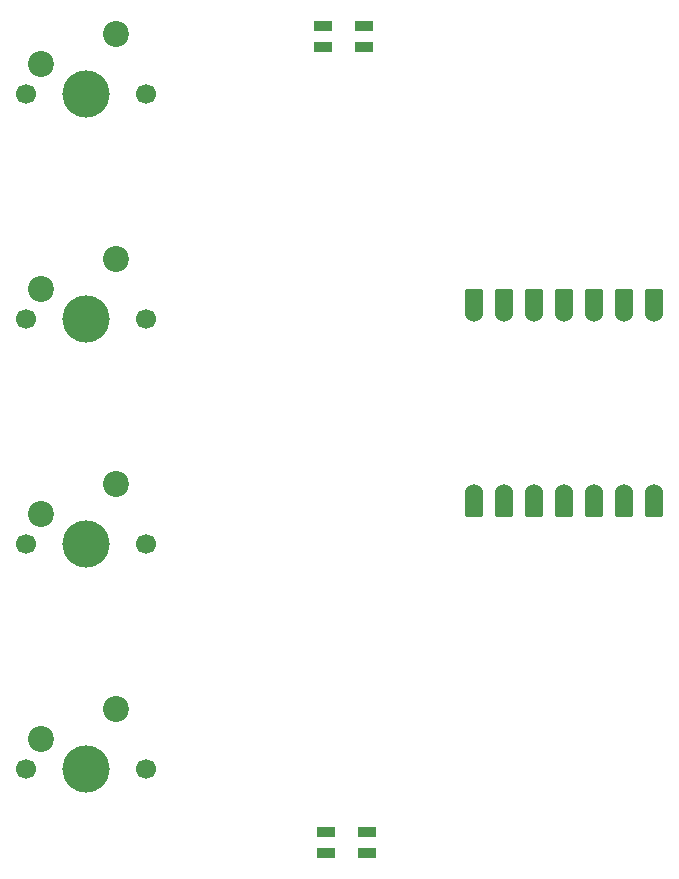
<source format=gbr>
%TF.GenerationSoftware,KiCad,Pcbnew,9.0.2-9.0.2-0~ubuntu25.04.1*%
%TF.CreationDate,2025-06-28T22:06:06-04:00*%
%TF.ProjectId,hackpad,6861636b-7061-4642-9e6b-696361645f70,rev?*%
%TF.SameCoordinates,Original*%
%TF.FileFunction,Soldermask,Top*%
%TF.FilePolarity,Negative*%
%FSLAX46Y46*%
G04 Gerber Fmt 4.6, Leading zero omitted, Abs format (unit mm)*
G04 Created by KiCad (PCBNEW 9.0.2-9.0.2-0~ubuntu25.04.1) date 2025-06-28 22:06:06*
%MOMM*%
%LPD*%
G01*
G04 APERTURE LIST*
G04 Aperture macros list*
%AMRoundRect*
0 Rectangle with rounded corners*
0 $1 Rounding radius*
0 $2 $3 $4 $5 $6 $7 $8 $9 X,Y pos of 4 corners*
0 Add a 4 corners polygon primitive as box body*
4,1,4,$2,$3,$4,$5,$6,$7,$8,$9,$2,$3,0*
0 Add four circle primitives for the rounded corners*
1,1,$1+$1,$2,$3*
1,1,$1+$1,$4,$5*
1,1,$1+$1,$6,$7*
1,1,$1+$1,$8,$9*
0 Add four rect primitives between the rounded corners*
20,1,$1+$1,$2,$3,$4,$5,0*
20,1,$1+$1,$4,$5,$6,$7,0*
20,1,$1+$1,$6,$7,$8,$9,0*
20,1,$1+$1,$8,$9,$2,$3,0*%
G04 Aperture macros list end*
%ADD10RoundRect,0.152400X0.609600X-1.063600X0.609600X1.063600X-0.609600X1.063600X-0.609600X-1.063600X0*%
%ADD11C,1.524000*%
%ADD12RoundRect,0.152400X-0.609600X1.063600X-0.609600X-1.063600X0.609600X-1.063600X0.609600X1.063600X0*%
%ADD13C,1.700000*%
%ADD14C,4.000000*%
%ADD15C,2.200000*%
%ADD16R,1.600000X0.850000*%
G04 APERTURE END LIST*
D10*
%TO.C,U1*%
X107632500Y-79651250D03*
D11*
X107632500Y-80486250D03*
D10*
X105092500Y-79651250D03*
D11*
X105092500Y-80486250D03*
D10*
X102552500Y-79651250D03*
D11*
X102552500Y-80486250D03*
D10*
X100012500Y-79651250D03*
D11*
X100012500Y-80486250D03*
D10*
X97472500Y-79651250D03*
D11*
X97472500Y-80486250D03*
D10*
X94932500Y-79651250D03*
D11*
X94932500Y-80486250D03*
D10*
X92392500Y-79651250D03*
D11*
X92392500Y-80486250D03*
X92392500Y-95726250D03*
D12*
X92392500Y-96561250D03*
D11*
X94932500Y-95726250D03*
D12*
X94932500Y-96561250D03*
D11*
X97472500Y-95726250D03*
D12*
X97472500Y-96561250D03*
D11*
X100012500Y-95726250D03*
D12*
X100012500Y-96561250D03*
D11*
X102552500Y-95726250D03*
D12*
X102552500Y-96561250D03*
D11*
X105092500Y-95726250D03*
D12*
X105092500Y-96561250D03*
D11*
X107632500Y-95726250D03*
D12*
X107632500Y-96561250D03*
%TD*%
D13*
%TO.C,SW2*%
X54451250Y-119062500D03*
D14*
X59531250Y-119062500D03*
D13*
X64611250Y-119062500D03*
D15*
X62071250Y-113982500D03*
X55721250Y-116522500D03*
%TD*%
D13*
%TO.C,SW1*%
X54451250Y-100012500D03*
D14*
X59531250Y-100012500D03*
D13*
X64611250Y-100012500D03*
D15*
X62071250Y-94932500D03*
X55721250Y-97472500D03*
%TD*%
D16*
%TO.C,D2*%
X79843750Y-124456250D03*
X79843750Y-126206250D03*
X83343750Y-126206250D03*
X83343750Y-124456250D03*
%TD*%
%TO.C,D1*%
X79545588Y-56183014D03*
X79545588Y-57933014D03*
X83045588Y-57933014D03*
X83045588Y-56183014D03*
%TD*%
D13*
%TO.C,SW3*%
X54451250Y-61912500D03*
D14*
X59531250Y-61912500D03*
D13*
X64611250Y-61912500D03*
D15*
X62071250Y-56832500D03*
X55721250Y-59372500D03*
%TD*%
D13*
%TO.C,SW4*%
X54451250Y-80962500D03*
D14*
X59531250Y-80962500D03*
D13*
X64611250Y-80962500D03*
D15*
X62071250Y-75882500D03*
X55721250Y-78422500D03*
%TD*%
M02*

</source>
